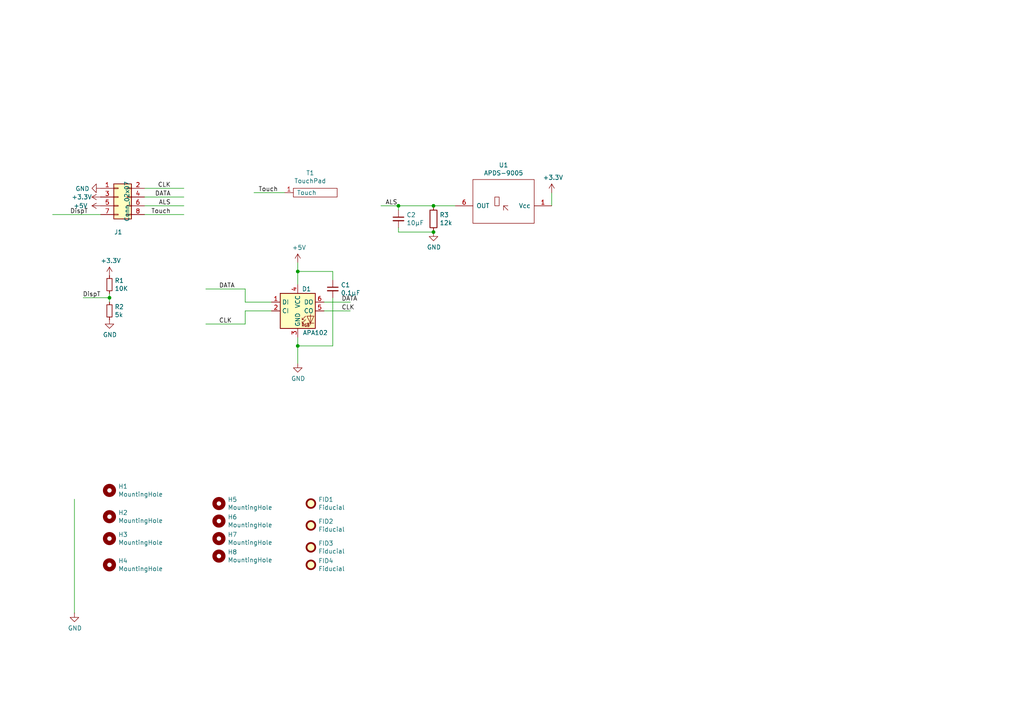
<source format=kicad_sch>
(kicad_sch (version 20250114) (generator "eeschema") (generator_version "9.0")
  (paper "A4")
  (lib_symbols
    (symbol "Connector_Generic:Conn_02x04_Odd_Even" (pin_names (offset 1.016) (hide yes))
      (property "Reference" "J" (at 1.27 5.08 0))
      (property "Value" "Conn_02x04_Odd_Even" (at 1.27 -7.62 0))
      (symbol "Conn_02x04_Odd_Even_1_1"
        (rectangle (start -1.27 3.81) (end 3.81 -6.35) (stroke (width 0.254)) (fill (type background)))
        (rectangle (start -1.27 2.667) (end 0 2.413) (stroke (width 0.1524)))
        (rectangle (start -1.27 0.127) (end 0 -0.127) (stroke (width 0.1524)))
        (rectangle (start -1.27 -2.413) (end 0 -2.667) (stroke (width 0.1524)))
        (rectangle (start -1.27 -4.953) (end 0 -5.207) (stroke (width 0.1524)))
        (rectangle (start 3.81 2.667) (end 2.54 2.413) (stroke (width 0.1524)))
        (rectangle (start 3.81 0.127) (end 2.54 -0.127) (stroke (width 0.1524)))
        (rectangle (start 3.81 -2.413) (end 2.54 -2.667) (stroke (width 0.1524)))
        (rectangle (start 3.81 -4.953) (end 2.54 -5.207) (stroke (width 0.1524)))
        (pin passive line (at -5.08 2.54 0) (length 3.81) (name "Pin_1") (number "1"))
        (pin passive line (at -5.08 0 0) (length 3.81) (name "Pin_3") (number "3"))
        (pin passive line (at -5.08 -2.54 0) (length 3.81) (name "Pin_5") (number "5"))
        (pin passive line (at -5.08 -5.08 0) (length 3.81) (name "Pin_7") (number "7"))
        (pin passive line (at 7.62 2.54 180) (length 3.81) (name "Pin_2") (number "2"))
        (pin passive line (at 7.62 0 180) (length 3.81) (name "Pin_4") (number "4"))
        (pin passive line (at 7.62 -2.54 180) (length 3.81) (name "Pin_6") (number "6"))
        (pin passive line (at 7.62 -5.08 180) (length 3.81) (name "Pin_8") (number "8"))
      )
    )
    (symbol "Device:C_Small" (pin_numbers (hide yes)) (pin_names (offset 0.254) (hide yes))
      (property "Reference" "C" (at 0.254 1.778 0))
      (property "Value" "C_Small" (at 0.254 -2.032 0))
      (symbol "C_Small_0_1"
        (polyline (pts (xy -1.524 0.508) (xy 1.524 0.508)) (stroke (width 0.3048)))
        (polyline (pts (xy -1.524 -0.508) (xy 1.524 -0.508)) (stroke (width 0.3302)))
      )
      (symbol "C_Small_1_1"
        (pin passive line (at 0 2.54 270) (length 2.032) (name "~") (number "1"))
        (pin passive line (at 0 -2.54 90) (length 2.032) (name "~") (number "2"))
      )
    )
    (symbol "Device:R" (pin_numbers (hide yes)) (pin_names (offset 0))
      (property "Reference" "R" (at 2.032 0 90))
      (property "Value" "R" (at 0 0 90))
      (symbol "R_0_1"
        (rectangle (start -1.016 -2.54) (end 1.016 2.54) (stroke (width 0.254)))
      )
      (symbol "R_1_1"
        (pin passive line (at 0 3.81 270) (length 1.27) (name "~") (number "1"))
        (pin passive line (at 0 -3.81 90) (length 1.27) (name "~") (number "2"))
      )
    )
    (symbol "Device:R_Small" (pin_numbers (hide yes)) (pin_names (offset 0.254) (hide yes))
      (property "Reference" "R" (at 0 0 90))
      (property "Value" "R_Small" (at 1.778 0 90))
      (symbol "R_Small_0_1"
        (rectangle (start -0.762 1.778) (end 0.762 -1.778) (stroke (width 0.2032)))
      )
      (symbol "R_Small_1_1"
        (pin passive line (at 0 2.54 270) (length 0.762) (name "~") (number "1"))
        (pin passive line (at 0 -2.54 90) (length 0.762) (name "~") (number "2"))
      )
    )
    (symbol "Display-rescue:TouchPad-Connector" (pin_names (offset 1.016))
      (property "Reference" "T" (at 0 0 0))
      (property "Value" "TouchPad-Connector" (at -6.35 0 0))
      (symbol "TouchPad-Connector_0_1"
        (rectangle (start -11.43 1.27) (end 1.27 3.81))
      )
      (symbol "TouchPad-Connector_1_1"
        (pin output line (at -13.97 2.54 0) (length 2.54) (name "Touch") (number "1"))
      )
    )
    (symbol "LED:APA102"
      (property "Reference" "D" (at 5.08 5.715 0))
      (property "Value" "APA102" (at 1.27 -5.715 0))
      (symbol "APA102_0_0"
        (text "RGB" (at 2.286 -4.191 0) (effects (font (size 0.762 0.762))))
      )
      (symbol "APA102_0_1"
        (polyline (pts (xy 1.27 -2.54) (xy 1.778 -2.54)))
        (polyline (pts (xy 1.27 -3.556) (xy 1.778 -3.556)))
        (polyline (pts (xy 2.286 -1.524) (xy 1.27 -2.54) (xy 1.27 -2.032)))
        (polyline (pts (xy 2.286 -2.54) (xy 1.27 -3.556) (xy 1.27 -3.048)))
        (polyline (pts (xy 3.683 -1.016) (xy 3.683 -3.556) (xy 3.683 -4.064)))
        (polyline (pts (xy 4.699 -1.524) (xy 2.667 -1.524) (xy 3.683 -3.556) (xy 4.699 -1.524)))
        (polyline (pts (xy 4.699 -3.556) (xy 2.667 -3.556)))
        (rectangle (start 5.08 5.08) (end -5.08 -5.08) (stroke (width 0.254)) (fill (type background)))
      )
      (symbol "APA102_1_1"
        (pin input line (at -7.62 2.54 0) (length 2.54) (name "DI") (number "1"))
        (pin input line (at -7.62 0 0) (length 2.54) (name "CI") (number "2"))
        (pin power_in line (at 0 7.62 270) (length 2.54) (name "VCC") (number "4"))
        (pin power_in line (at 0 -7.62 90) (length 2.54) (name "GND") (number "3"))
        (pin output line (at 7.62 2.54 180) (length 2.54) (name "DO") (number "6"))
        (pin output line (at 7.62 0 180) (length 2.54) (name "CO") (number "5"))
      )
    )
    (symbol "Mechanical:Fiducial" (in_bom no)
      (property "Reference" "FID" (at 0 5.08 0))
      (property "Value" "Fiducial" (at 0 3.175 0))
      (symbol "Fiducial_0_1"
        (circle (center 0 0) (radius 1.27) (stroke (width 0.508)) (fill (type background)))
      )
    )
    (symbol "Mechanical:MountingHole" (pin_names (offset 1.016)) (in_bom no)
      (property "Reference" "H" (at 0 5.08 0))
      (property "Value" "MountingHole" (at 0 3.175 0))
      (symbol "MountingHole_0_1"
        (circle (center 0 0) (radius 1.27) (stroke (width 1.27)))
      )
    )
    (symbol "_Custom:APDS-9005" (pin_names (offset 1.016))
      (property "Reference" "U" (at 0 -5.08 0))
      (property "Value" "_Custom_APDS-9005" (at 0 5.08 0))
      (symbol "APDS-9005_0_1"
        (rectangle (start -8.89 6.35) (end 8.89 -6.35))
        (polyline (pts (xy -1.27 2.54) (xy 0 1.27)))
        (polyline (pts (xy 0 2.54) (xy 0 1.27) (xy -1.27 1.27)))
        (rectangle (start 1.27 1.27) (end 2.54 -1.27))
      )
      (symbol "APDS-9005_1_1"
        (pin power_in line (at -13.97 1.27 0) (length 5.08) (name "Vcc") (number "1"))
        (pin output line (at 13.97 1.27 180) (length 5.08) (name "OUT") (number "6"))
      )
    )
    (symbol "power:+3.3V" (power) (pin_numbers (hide yes)) (pin_names (offset 0) (hide yes))
      (property "Value" "+3.3V" (at 0 3.556 0))
      (symbol "+3.3V_0_1"
        (polyline (pts (xy -0.762 1.27) (xy 0 2.54)))
        (polyline (pts (xy 0 2.54) (xy 0.762 1.27)))
        (polyline (pts (xy 0 0) (xy 0 2.54)))
      )
      (symbol "+3.3V_1_1"
        (pin power_in line (at 0 0 90) (length 0) (name "~") (number "1"))
      )
    )
    (symbol "power:+5V" (power) (pin_numbers (hide yes)) (pin_names (offset 0) (hide yes))
      (property "Value" "+5V" (at 0 3.556 0))
      (symbol "+5V_0_1"
        (polyline (pts (xy -0.762 1.27) (xy 0 2.54)))
        (polyline (pts (xy 0 2.54) (xy 0.762 1.27)))
        (polyline (pts (xy 0 0) (xy 0 2.54)))
      )
      (symbol "+5V_1_1"
        (pin power_in line (at 0 0 90) (length 0) (name "~") (number "1"))
      )
    )
    (symbol "power:GND" (power) (pin_numbers (hide yes)) (pin_names (offset 0) (hide yes))
      (property "Value" "GND" (at 0 -3.81 0))
      (symbol "GND_0_1"
        (polyline (pts (xy 0 0) (xy 0 -1.27) (xy 1.27 -1.27) (xy 0 -2.54) (xy -1.27 -1.27) (xy 0 -1.27)))
      )
      (symbol "GND_1_1"
        (pin power_in line (at 0 0 270) (length 0) (name "~") (number "1"))
      )
    )
  )
  (junction (at 115.57 59.69))
  (junction (at 86.36 100.33))
  (junction (at 86.36 78.74))
  (junction (at 125.73 59.69))
  (junction (at 125.73 67.31))
  (junction (at 31.75 86.36))
  (wire (pts (xy 93.98 90.17) (xy 101.6 90.17)))
  (wire (pts (xy 31.75 86.36) (xy 31.75 87.63)))
  (wire (pts (xy 115.57 60.96) (xy 115.57 59.69)))
  (wire (pts (xy 71.12 87.63) (xy 78.74 87.63)))
  (wire (pts (xy 41.91 62.23) (xy 53.34 62.23)))
  (wire (pts (xy 96.52 86.36) (xy 96.52 100.33)))
  (wire (pts (xy 160.02 55.88) (xy 160.02 59.69)))
  (wire (pts (xy 93.98 87.63) (xy 101.6 87.63)))
  (wire (pts (xy 29.21 62.23) (xy 15.24 62.23)))
  (wire (pts (xy 86.36 78.74) (xy 96.52 78.74)))
  (wire (pts (xy 115.57 67.31) (xy 125.73 67.31)))
  (wire (pts (xy 53.34 59.69) (xy 41.91 59.69)))
  (wire (pts (xy 71.12 90.17) (xy 78.74 90.17)))
  (wire (pts (xy 21.59 144.78) (xy 21.59 177.8)))
  (wire (pts (xy 110.49 59.69) (xy 115.57 59.69)))
  (wire (pts (xy 41.91 57.15) (xy 53.34 57.15)))
  (wire (pts (xy 59.69 83.82) (xy 71.12 83.82)))
  (wire (pts (xy 86.36 78.74) (xy 86.36 76.2)))
  (wire (pts (xy 41.91 54.61) (xy 53.34 54.61)))
  (wire (pts (xy 59.69 93.98) (xy 71.12 93.98)))
  (wire (pts (xy 86.36 82.55) (xy 86.36 78.74)))
  (wire (pts (xy 115.57 67.31) (xy 115.57 66.04)))
  (wire (pts (xy 132.08 59.69) (xy 125.73 59.69)))
  (wire (pts (xy 82.55 55.88) (xy 73.66 55.88)))
  (wire (pts (xy 71.12 83.82) (xy 71.12 87.63)))
  (wire (pts (xy 96.52 78.74) (xy 96.52 81.28)))
  (wire (pts (xy 86.36 100.33) (xy 86.36 105.41)))
  (wire (pts (xy 31.75 86.36) (xy 24.13 86.36)))
  (wire (pts (xy 31.75 85.09) (xy 31.75 86.36)))
  (wire (pts (xy 96.52 100.33) (xy 86.36 100.33)))
  (wire (pts (xy 115.57 59.69) (xy 125.73 59.69)))
  (wire (pts (xy 86.36 100.33) (xy 86.36 97.79)))
  (wire (pts (xy 71.12 93.98) (xy 71.12 90.17)))
  (label "CLK" (at 99.06 90.17 0))
  (label "DATA" (at 99.06 87.63 0))
  (label "ALS" (at 111.76 59.69 0))
  (label "CLK" (at 63.5 93.98 0))
  (label "ALS" (at 49.53 59.69 180))
  (label "DATA" (at 49.53 57.15 180))
  (label "DispT" (at 29.21 86.36 180))
  (label "DispT" (at 20.32 62.23 0))
  (label "Touch" (at 49.53 62.23 180))
  (label "DATA" (at 63.5 83.82 0))
  (label "CLK" (at 49.53 54.61 180))
  (label "Touch" (at 74.93 55.88 0))
  (symbol (lib_id "Display-rescue:TouchPad-Connector") (at 96.52 58.42 0) (unit 1)
    (property "Reference" "T1" (at 89.9668 50.165 0))
    (property "Value" "TouchPad" (at 89.9668 52.4764 0))
    (property "Footprint" "_Custom:Touch_Pad" (effects (hide yes)))
  )
  (symbol (lib_id "LED:APA102") (at 86.36 90.17 0) (unit 1)
    (property "Reference" "D1" (at 88.9 83.82 0))
    (property "Value" "APA102" (at 91.44 96.52 0))
    (property "Footprint" "LED_SMD:LED_RGB_5050-6" (effects (hide yes)))
    (property "Datasheet" "http://www.led-color.com/upload/201506/APA102%20LED.pdf" (effects (hide yes)))
  )
  (symbol (lib_id "Device:C_Small") (at 96.52 83.82 0) (unit 1)
    (property "Reference" "C1" (at 98.8568 82.6516 0) (effects (justify left)))
    (property "Value" "0.1µF" (at 98.8568 84.963 0) (effects (justify left)))
    (property "Footprint" "Capacitor_SMD:C_0603_1608Metric" (effects (hide yes)))
  )
  (symbol (lib_id "power:+5V") (at 86.36 76.2 0) (unit 1)
    (property "Reference" "#PWR0108" (effects (hide yes)))
    (property "Value" "+5V" (at 86.741 71.8058 0))
  )
  (symbol (lib_id "power:GND") (at 86.36 105.41 0) (unit 1)
    (property "Reference" "#PWR0109" (effects (hide yes)))
    (property "Value" "GND" (at 86.487 109.8042 0))
  )
  (symbol (lib_id "Mechanical:MountingHole") (at 31.75 142.24 0) (unit 1)
    (property "Reference" "H1" (at 34.29 141.0716 0) (effects (justify left)))
    (property "Value" "MountingHole" (at 34.29 143.383 0) (effects (justify left)))
    (property "Footprint" "MountingHole:MountingHole_3.2mm_M3" (effects (hide yes)))
  )
  (symbol (lib_id "Mechanical:MountingHole") (at 31.75 149.86 0) (unit 1)
    (property "Reference" "H2" (at 34.29 148.6916 0) (effects (justify left)))
    (property "Value" "MountingHole" (at 34.29 151.003 0) (effects (justify left)))
    (property "Footprint" "MountingHole:MountingHole_3.2mm_M3" (effects (hide yes)))
  )
  (symbol (lib_id "Mechanical:MountingHole") (at 31.75 156.21 0) (unit 1)
    (property "Reference" "H3" (at 34.29 155.0416 0) (effects (justify left)))
    (property "Value" "MountingHole" (at 34.29 157.353 0) (effects (justify left)))
    (property "Footprint" "MountingHole:MountingHole_3.2mm_M3" (effects (hide yes)))
  )
  (symbol (lib_id "Mechanical:MountingHole") (at 31.75 163.83 0) (unit 1)
    (property "Reference" "H4" (at 34.29 162.6616 0) (effects (justify left)))
    (property "Value" "MountingHole" (at 34.29 164.973 0) (effects (justify left)))
    (property "Footprint" "MountingHole:MountingHole_3.2mm_M3" (effects (hide yes)))
  )
  (symbol (lib_id "power:GND") (at 21.59 177.8 0) (unit 1)
    (property "Reference" "#PWR03" (effects (hide yes)))
    (property "Value" "GND" (at 21.717 182.1942 0))
  )
  (symbol (lib_id "Mechanical:MountingHole") (at 63.5 146.05 0) (unit 1)
    (property "Reference" "H5" (at 66.04 144.8816 0) (effects (justify left)))
    (property "Value" "MountingHole" (at 66.04 147.193 0) (effects (justify left)))
    (property "Footprint" "MountingHole:MountingHole_2.5mm" (effects (hide yes)))
  )
  (symbol (lib_id "Mechanical:MountingHole") (at 63.5 151.13 0) (unit 1)
    (property "Reference" "H6" (at 66.04 149.9616 0) (effects (justify left)))
    (property "Value" "MountingHole" (at 66.04 152.273 0) (effects (justify left)))
    (property "Footprint" "MountingHole:MountingHole_2.5mm" (effects (hide yes)))
  )
  (symbol (lib_id "Mechanical:MountingHole") (at 63.5 156.21 0) (unit 1)
    (property "Reference" "H7" (at 66.04 155.0416 0) (effects (justify left)))
    (property "Value" "MountingHole" (at 66.04 157.353 0) (effects (justify left)))
    (property "Footprint" "MountingHole:MountingHole_2.5mm" (effects (hide yes)))
  )
  (symbol (lib_id "Mechanical:MountingHole") (at 63.5 161.29 0) (unit 1)
    (property "Reference" "H8" (at 66.04 160.1216 0) (effects (justify left)))
    (property "Value" "MountingHole" (at 66.04 162.433 0) (effects (justify left)))
    (property "Footprint" "MountingHole:MountingHole_2.5mm" (effects (hide yes)))
  )
  (symbol (lib_id "Connector_Generic:Conn_02x04_Odd_Even") (at 34.29 57.15 0) (unit 1)
    (property "Reference" "J1" (at 34.29 67.31 0))
    (property "Value" "Conn_02x07" (at 36.83 58.42 90))
    (property "Footprint" "Connector_PinHeader_2.54mm:PinHeader_2x04_P2.54mm_Vertical" (effects (hide yes)))
  )
  (symbol (lib_id "power:+5V") (at 29.21 59.69 90) (unit 1)
    (property "Reference" "#PWR0101" (effects (hide yes)))
    (property "Value" "+5V" (at 25.4 59.69 90) (effects (justify left)))
  )
  (symbol (lib_id "power:GND") (at 29.21 54.61 270) (unit 1)
    (property "Reference" "#PWR0102" (effects (hide yes)))
    (property "Value" "GND" (at 25.9588 54.737 90) (effects (justify right)))
  )
  (symbol (lib_id "power:+3.3V") (at 29.21 57.15 90) (unit 1)
    (property "Reference" "#PWR0103" (effects (hide yes)))
    (property "Value" "+3.3V" (at 26.67 57.15 90) (effects (justify left)))
  )
  (symbol (lib_id "Device:R_Small") (at 31.75 82.55 0) (unit 1)
    (property "Reference" "R1" (at 33.2486 81.3816 0) (effects (justify left)))
    (property "Value" "10K" (at 33.2486 83.693 0) (effects (justify left)))
    (property "Footprint" "Resistor_SMD:R_0603_1608Metric" (effects (hide yes)))
  )
  (symbol (lib_id "Device:R_Small") (at 31.75 90.17 0) (unit 1)
    (property "Reference" "R2" (at 33.2486 89.0016 0) (effects (justify left)))
    (property "Value" "5k" (at 33.2486 91.313 0) (effects (justify left)))
    (property "Footprint" "Resistor_SMD:R_0603_1608Metric" (effects (hide yes)))
  )
  (symbol (lib_id "power:+3.3V") (at 31.75 80.01 0) (unit 1)
    (property "Reference" "#PWR0104" (effects (hide yes)))
    (property "Value" "+3.3V" (at 32.131 75.6158 0))
  )
  (symbol (lib_id "power:GND") (at 31.75 92.71 0) (unit 1)
    (property "Reference" "#PWR0105" (effects (hide yes)))
    (property "Value" "GND" (at 31.877 97.1042 0))
  )
  (symbol (lib_id "power:+3.3V") (at 160.02 55.88 0) (unit 1)
    (property "Reference" "#PWR0106" (effects (hide yes)))
    (property "Value" "+3.3V" (at 160.401 51.4858 0))
  )
  (symbol (lib_id "Device:R") (at 125.73 63.5 0) (unit 1)
    (property "Reference" "R3" (at 127.508 62.3316 0) (effects (justify left)))
    (property "Value" "12k" (at 127.508 64.643 0) (effects (justify left)))
    (property "Footprint" "Resistor_SMD:R_0603_1608Metric" (effects (hide yes)))
  )
  (symbol (lib_id "power:GND") (at 125.73 67.31 0) (unit 1)
    (property "Reference" "#PWR0107" (effects (hide yes)))
    (property "Value" "GND" (at 125.857 71.7042 0))
  )
  (symbol (lib_id "_Custom:APDS-9005") (at 146.05 58.42 180) (unit 1)
    (property "Reference" "U1" (at 146.05 47.879 0))
    (property "Value" "APDS-9005" (at 146.05 50.1904 0))
    (property "Footprint" "_Custom:APDS-9005" (effects (hide yes)))
  )
  (symbol (lib_id "Device:C_Small") (at 115.57 63.5 0) (unit 1)
    (property "Reference" "C2" (at 117.9068 62.3316 0) (effects (justify left)))
    (property "Value" "10µF" (at 117.9068 64.643 0) (effects (justify left)))
    (property "Footprint" "Capacitor_SMD:C_0603_1608Metric" (effects (hide yes)))
  )
  (symbol (lib_id "Mechanical:Fiducial") (at 90.17 146.05 0) (unit 1)
    (property "Reference" "FID1" (at 92.329 144.8816 0) (effects (justify left)))
    (property "Value" "Fiducial" (at 92.329 147.193 0) (effects (justify left)))
    (property "Footprint" "Fiducial:Fiducial_1mm_Mask2mm" (effects (hide yes)))
  )
  (symbol (lib_id "Mechanical:Fiducial") (at 90.17 152.4 0) (unit 1)
    (property "Reference" "FID2" (at 92.329 151.2316 0) (effects (justify left)))
    (property "Value" "Fiducial" (at 92.329 153.543 0) (effects (justify left)))
    (property "Footprint" "Fiducial:Fiducial_1mm_Mask2mm" (effects (hide yes)))
  )
  (symbol (lib_id "Mechanical:Fiducial") (at 90.17 158.75 0) (unit 1)
    (property "Reference" "FID3" (at 92.329 157.5816 0) (effects (justify left)))
    (property "Value" "Fiducial" (at 92.329 159.893 0) (effects (justify left)))
    (property "Footprint" "Fiducial:Fiducial_1mm_Mask2mm" (effects (hide yes)))
  )
  (symbol (lib_id "Mechanical:Fiducial") (at 90.17 163.83 0) (unit 1)
    (property "Reference" "FID4" (at 92.329 162.6616 0) (effects (justify left)))
    (property "Value" "Fiducial" (at 92.329 164.973 0) (effects (justify left)))
    (property "Footprint" "Fiducial:Fiducial_1mm_Mask2mm" (effects (hide yes)))
  )
)
</source>
